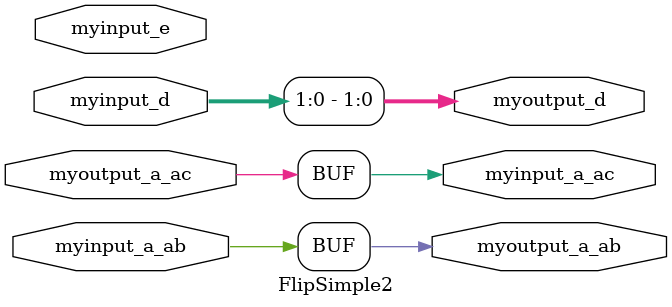
<source format=v>
module FlipSimple2(
  input        myinput_a_ab,
  output       myinput_a_ac,
  input  [2:0] myinput_d,
  input        myinput_e,
  output       myoutput_a_ab,
  input        myoutput_a_ac,
  output [1:0] myoutput_d
);
  assign myinput_a_ac = myoutput_a_ac;
  assign myoutput_a_ab = myinput_a_ab;
  assign myoutput_d = myinput_d[1:0];
endmodule

</source>
